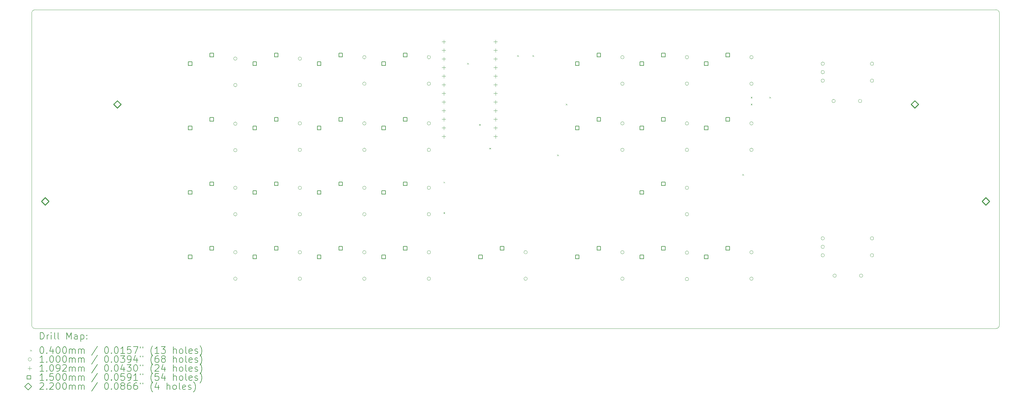
<source format=gbr>
%TF.GenerationSoftware,KiCad,Pcbnew,(6.0.7-1)-1*%
%TF.CreationDate,2022-09-15T21:20:58+02:00*%
%TF.ProjectId,yts-pcb,7974732d-7063-4622-9e6b-696361645f70,rev?*%
%TF.SameCoordinates,Original*%
%TF.FileFunction,Drillmap*%
%TF.FilePolarity,Positive*%
%FSLAX45Y45*%
G04 Gerber Fmt 4.5, Leading zero omitted, Abs format (unit mm)*
G04 Created by KiCad (PCBNEW (6.0.7-1)-1) date 2022-09-15 21:20:58*
%MOMM*%
%LPD*%
G01*
G04 APERTURE LIST*
%ADD10C,0.100000*%
%ADD11C,0.200000*%
%ADD12C,0.040000*%
%ADD13C,0.109220*%
%ADD14C,0.150000*%
%ADD15C,0.220000*%
G04 APERTURE END LIST*
D10*
X34700000Y-8930000D02*
G75*
G03*
X34600000Y-8830000I-100000J0D01*
G01*
X34600000Y-18230000D02*
G75*
G03*
X34699796Y-18130204I0J99796D01*
G01*
X6305000Y-8830003D02*
G75*
G03*
X6200000Y-8934246I-750J-104247D01*
G01*
X34700000Y-8930000D02*
X34699796Y-18130204D01*
X6300000Y-18230000D02*
X34600000Y-18230000D01*
X6200000Y-18130000D02*
G75*
G03*
X6300000Y-18230000I100000J0D01*
G01*
X6305000Y-8830000D02*
X34600000Y-8830000D01*
X6200000Y-8934246D02*
X6200000Y-18130000D01*
D11*
D12*
X18327796Y-13900000D02*
X18367796Y-13940000D01*
X18367796Y-13900000D02*
X18327796Y-13940000D01*
X18327796Y-14800000D02*
X18367796Y-14840000D01*
X18367796Y-14800000D02*
X18327796Y-14840000D01*
X19027796Y-10400000D02*
X19067796Y-10440000D01*
X19067796Y-10400000D02*
X19027796Y-10440000D01*
X19377796Y-12200000D02*
X19417796Y-12240000D01*
X19417796Y-12200000D02*
X19377796Y-12240000D01*
X19677796Y-12900000D02*
X19717796Y-12940000D01*
X19717796Y-12900000D02*
X19677796Y-12940000D01*
X20497796Y-10170000D02*
X20537796Y-10210000D01*
X20537796Y-10170000D02*
X20497796Y-10210000D01*
X20947796Y-10170000D02*
X20987796Y-10210000D01*
X20987796Y-10170000D02*
X20947796Y-10210000D01*
X21677796Y-13100000D02*
X21717796Y-13140000D01*
X21717796Y-13100000D02*
X21677796Y-13140000D01*
X21927796Y-11600000D02*
X21967796Y-11640000D01*
X21967796Y-11600000D02*
X21927796Y-11640000D01*
X27127796Y-13677550D02*
X27167796Y-13717550D01*
X27167796Y-13677550D02*
X27127796Y-13717550D01*
X27377796Y-11400000D02*
X27417796Y-11440000D01*
X27417796Y-11400000D02*
X27377796Y-11440000D01*
X27377796Y-11600000D02*
X27417796Y-11640000D01*
X27417796Y-11600000D02*
X27377796Y-11640000D01*
X27927796Y-11400000D02*
X27967796Y-11440000D01*
X27967796Y-11400000D02*
X27927796Y-11440000D01*
D10*
X12247796Y-10270000D02*
G75*
G03*
X12247796Y-10270000I-50000J0D01*
G01*
X12247796Y-11050000D02*
G75*
G03*
X12247796Y-11050000I-50000J0D01*
G01*
X12247796Y-12190000D02*
G75*
G03*
X12247796Y-12190000I-50000J0D01*
G01*
X12247796Y-12970000D02*
G75*
G03*
X12247796Y-12970000I-50000J0D01*
G01*
X12247796Y-14080000D02*
G75*
G03*
X12247796Y-14080000I-50000J0D01*
G01*
X12247796Y-14860000D02*
G75*
G03*
X12247796Y-14860000I-50000J0D01*
G01*
X12247796Y-15980000D02*
G75*
G03*
X12247796Y-15980000I-50000J0D01*
G01*
X12247796Y-16760000D02*
G75*
G03*
X12247796Y-16760000I-50000J0D01*
G01*
X14147796Y-10270000D02*
G75*
G03*
X14147796Y-10270000I-50000J0D01*
G01*
X14147796Y-11050000D02*
G75*
G03*
X14147796Y-11050000I-50000J0D01*
G01*
X14147796Y-12180000D02*
G75*
G03*
X14147796Y-12180000I-50000J0D01*
G01*
X14147796Y-12960000D02*
G75*
G03*
X14147796Y-12960000I-50000J0D01*
G01*
X14147796Y-14080000D02*
G75*
G03*
X14147796Y-14080000I-50000J0D01*
G01*
X14147796Y-14860000D02*
G75*
G03*
X14147796Y-14860000I-50000J0D01*
G01*
X14147796Y-15980000D02*
G75*
G03*
X14147796Y-15980000I-50000J0D01*
G01*
X14147796Y-16760000D02*
G75*
G03*
X14147796Y-16760000I-50000J0D01*
G01*
X16047796Y-10230000D02*
G75*
G03*
X16047796Y-10230000I-50000J0D01*
G01*
X16047796Y-11010000D02*
G75*
G03*
X16047796Y-11010000I-50000J0D01*
G01*
X16047796Y-12180000D02*
G75*
G03*
X16047796Y-12180000I-50000J0D01*
G01*
X16047796Y-12960000D02*
G75*
G03*
X16047796Y-12960000I-50000J0D01*
G01*
X16047796Y-14080000D02*
G75*
G03*
X16047796Y-14080000I-50000J0D01*
G01*
X16047796Y-14860000D02*
G75*
G03*
X16047796Y-14860000I-50000J0D01*
G01*
X16047796Y-15980000D02*
G75*
G03*
X16047796Y-15980000I-50000J0D01*
G01*
X16047796Y-16760000D02*
G75*
G03*
X16047796Y-16760000I-50000J0D01*
G01*
X17947796Y-10230000D02*
G75*
G03*
X17947796Y-10230000I-50000J0D01*
G01*
X17947796Y-11010000D02*
G75*
G03*
X17947796Y-11010000I-50000J0D01*
G01*
X17947796Y-12180000D02*
G75*
G03*
X17947796Y-12180000I-50000J0D01*
G01*
X17947796Y-12960000D02*
G75*
G03*
X17947796Y-12960000I-50000J0D01*
G01*
X17947796Y-14080000D02*
G75*
G03*
X17947796Y-14080000I-50000J0D01*
G01*
X17947796Y-14860000D02*
G75*
G03*
X17947796Y-14860000I-50000J0D01*
G01*
X17947796Y-15980000D02*
G75*
G03*
X17947796Y-15980000I-50000J0D01*
G01*
X17947796Y-16760000D02*
G75*
G03*
X17947796Y-16760000I-50000J0D01*
G01*
X20797796Y-15980000D02*
G75*
G03*
X20797796Y-15980000I-50000J0D01*
G01*
X20797796Y-16760000D02*
G75*
G03*
X20797796Y-16760000I-50000J0D01*
G01*
X23647796Y-10230000D02*
G75*
G03*
X23647796Y-10230000I-50000J0D01*
G01*
X23647796Y-11010000D02*
G75*
G03*
X23647796Y-11010000I-50000J0D01*
G01*
X23647796Y-12180000D02*
G75*
G03*
X23647796Y-12180000I-50000J0D01*
G01*
X23647796Y-12960000D02*
G75*
G03*
X23647796Y-12960000I-50000J0D01*
G01*
X23647796Y-15980000D02*
G75*
G03*
X23647796Y-15980000I-50000J0D01*
G01*
X23647796Y-16760000D02*
G75*
G03*
X23647796Y-16760000I-50000J0D01*
G01*
X25547796Y-10230000D02*
G75*
G03*
X25547796Y-10230000I-50000J0D01*
G01*
X25547796Y-11010000D02*
G75*
G03*
X25547796Y-11010000I-50000J0D01*
G01*
X25547796Y-12180000D02*
G75*
G03*
X25547796Y-12180000I-50000J0D01*
G01*
X25547796Y-12960000D02*
G75*
G03*
X25547796Y-12960000I-50000J0D01*
G01*
X25547796Y-14080000D02*
G75*
G03*
X25547796Y-14080000I-50000J0D01*
G01*
X25547796Y-14860000D02*
G75*
G03*
X25547796Y-14860000I-50000J0D01*
G01*
X25547796Y-15990000D02*
G75*
G03*
X25547796Y-15990000I-50000J0D01*
G01*
X25547796Y-16770000D02*
G75*
G03*
X25547796Y-16770000I-50000J0D01*
G01*
X27447796Y-10230000D02*
G75*
G03*
X27447796Y-10230000I-50000J0D01*
G01*
X27447796Y-11010000D02*
G75*
G03*
X27447796Y-11010000I-50000J0D01*
G01*
X27447796Y-12180000D02*
G75*
G03*
X27447796Y-12180000I-50000J0D01*
G01*
X27447796Y-12960000D02*
G75*
G03*
X27447796Y-12960000I-50000J0D01*
G01*
X27447796Y-15980000D02*
G75*
G03*
X27447796Y-15980000I-50000J0D01*
G01*
X27447796Y-16760000D02*
G75*
G03*
X27447796Y-16760000I-50000J0D01*
G01*
X29547796Y-10420000D02*
G75*
G03*
X29547796Y-10420000I-50000J0D01*
G01*
X29547796Y-10670000D02*
G75*
G03*
X29547796Y-10670000I-50000J0D01*
G01*
X29547796Y-10920000D02*
G75*
G03*
X29547796Y-10920000I-50000J0D01*
G01*
X29547796Y-15570000D02*
G75*
G03*
X29547796Y-15570000I-50000J0D01*
G01*
X29547796Y-15820000D02*
G75*
G03*
X29547796Y-15820000I-50000J0D01*
G01*
X29547796Y-16070000D02*
G75*
G03*
X29547796Y-16070000I-50000J0D01*
G01*
X29867796Y-11520000D02*
G75*
G03*
X29867796Y-11520000I-50000J0D01*
G01*
X29897796Y-16670000D02*
G75*
G03*
X29897796Y-16670000I-50000J0D01*
G01*
X30647796Y-11520000D02*
G75*
G03*
X30647796Y-11520000I-50000J0D01*
G01*
X30677796Y-16670000D02*
G75*
G03*
X30677796Y-16670000I-50000J0D01*
G01*
X30997796Y-10420000D02*
G75*
G03*
X30997796Y-10420000I-50000J0D01*
G01*
X30997796Y-10920000D02*
G75*
G03*
X30997796Y-10920000I-50000J0D01*
G01*
X30997796Y-15570000D02*
G75*
G03*
X30997796Y-15570000I-50000J0D01*
G01*
X30997796Y-16070000D02*
G75*
G03*
X30997796Y-16070000I-50000J0D01*
G01*
D13*
X18335796Y-9718390D02*
X18335796Y-9827610D01*
X18281186Y-9773000D02*
X18390406Y-9773000D01*
X18335796Y-9972390D02*
X18335796Y-10081610D01*
X18281186Y-10027000D02*
X18390406Y-10027000D01*
X18335796Y-10226390D02*
X18335796Y-10335610D01*
X18281186Y-10281000D02*
X18390406Y-10281000D01*
X18335796Y-10480390D02*
X18335796Y-10589610D01*
X18281186Y-10535000D02*
X18390406Y-10535000D01*
X18335796Y-10734390D02*
X18335796Y-10843610D01*
X18281186Y-10789000D02*
X18390406Y-10789000D01*
X18335796Y-10988390D02*
X18335796Y-11097610D01*
X18281186Y-11043000D02*
X18390406Y-11043000D01*
X18335796Y-11242390D02*
X18335796Y-11351610D01*
X18281186Y-11297000D02*
X18390406Y-11297000D01*
X18335796Y-11496390D02*
X18335796Y-11605610D01*
X18281186Y-11551000D02*
X18390406Y-11551000D01*
X18335796Y-11750390D02*
X18335796Y-11859610D01*
X18281186Y-11805000D02*
X18390406Y-11805000D01*
X18335796Y-12004390D02*
X18335796Y-12113610D01*
X18281186Y-12059000D02*
X18390406Y-12059000D01*
X18335796Y-12258390D02*
X18335796Y-12367610D01*
X18281186Y-12313000D02*
X18390406Y-12313000D01*
X18335796Y-12512390D02*
X18335796Y-12621610D01*
X18281186Y-12567000D02*
X18390406Y-12567000D01*
X19859796Y-9718390D02*
X19859796Y-9827610D01*
X19805186Y-9773000D02*
X19914406Y-9773000D01*
X19859796Y-9972390D02*
X19859796Y-10081610D01*
X19805186Y-10027000D02*
X19914406Y-10027000D01*
X19859796Y-10226390D02*
X19859796Y-10335610D01*
X19805186Y-10281000D02*
X19914406Y-10281000D01*
X19859796Y-10480390D02*
X19859796Y-10589610D01*
X19805186Y-10535000D02*
X19914406Y-10535000D01*
X19859796Y-10734390D02*
X19859796Y-10843610D01*
X19805186Y-10789000D02*
X19914406Y-10789000D01*
X19859796Y-10988390D02*
X19859796Y-11097610D01*
X19805186Y-11043000D02*
X19914406Y-11043000D01*
X19859796Y-11242390D02*
X19859796Y-11351610D01*
X19805186Y-11297000D02*
X19914406Y-11297000D01*
X19859796Y-11496390D02*
X19859796Y-11605610D01*
X19805186Y-11551000D02*
X19914406Y-11551000D01*
X19859796Y-11750390D02*
X19859796Y-11859610D01*
X19805186Y-11805000D02*
X19914406Y-11805000D01*
X19859796Y-12004390D02*
X19859796Y-12113610D01*
X19805186Y-12059000D02*
X19914406Y-12059000D01*
X19859796Y-12258390D02*
X19859796Y-12367610D01*
X19805186Y-12313000D02*
X19914406Y-12313000D01*
X19859796Y-12512390D02*
X19859796Y-12621610D01*
X19805186Y-12567000D02*
X19914406Y-12567000D01*
D14*
X10919829Y-10469034D02*
X10919829Y-10362967D01*
X10813762Y-10362967D01*
X10813762Y-10469034D01*
X10919829Y-10469034D01*
X10919829Y-12369033D02*
X10919829Y-12262966D01*
X10813762Y-12262966D01*
X10813762Y-12369033D01*
X10919829Y-12369033D01*
X10919829Y-14269033D02*
X10919829Y-14162966D01*
X10813762Y-14162966D01*
X10813762Y-14269033D01*
X10919829Y-14269033D01*
X10919829Y-16169033D02*
X10919829Y-16062966D01*
X10813762Y-16062966D01*
X10813762Y-16169033D01*
X10919829Y-16169033D01*
X11554829Y-10215034D02*
X11554829Y-10108967D01*
X11448762Y-10108967D01*
X11448762Y-10215034D01*
X11554829Y-10215034D01*
X11554829Y-12115033D02*
X11554829Y-12008966D01*
X11448762Y-12008966D01*
X11448762Y-12115033D01*
X11554829Y-12115033D01*
X11554829Y-14015033D02*
X11554829Y-13908966D01*
X11448762Y-13908966D01*
X11448762Y-14015033D01*
X11554829Y-14015033D01*
X11554829Y-15915033D02*
X11554829Y-15808966D01*
X11448762Y-15808966D01*
X11448762Y-15915033D01*
X11554829Y-15915033D01*
X12819829Y-10469034D02*
X12819829Y-10362967D01*
X12713762Y-10362967D01*
X12713762Y-10469034D01*
X12819829Y-10469034D01*
X12819829Y-12369033D02*
X12819829Y-12262966D01*
X12713762Y-12262966D01*
X12713762Y-12369033D01*
X12819829Y-12369033D01*
X12819829Y-14269033D02*
X12819829Y-14162966D01*
X12713762Y-14162966D01*
X12713762Y-14269033D01*
X12819829Y-14269033D01*
X12819829Y-16169033D02*
X12819829Y-16062966D01*
X12713762Y-16062966D01*
X12713762Y-16169033D01*
X12819829Y-16169033D01*
X13454829Y-10215034D02*
X13454829Y-10108967D01*
X13348762Y-10108967D01*
X13348762Y-10215034D01*
X13454829Y-10215034D01*
X13454829Y-12115033D02*
X13454829Y-12008966D01*
X13348762Y-12008966D01*
X13348762Y-12115033D01*
X13454829Y-12115033D01*
X13454829Y-14015033D02*
X13454829Y-13908966D01*
X13348762Y-13908966D01*
X13348762Y-14015033D01*
X13454829Y-14015033D01*
X13454829Y-15915033D02*
X13454829Y-15808966D01*
X13348762Y-15808966D01*
X13348762Y-15915033D01*
X13454829Y-15915033D01*
X14719829Y-10469034D02*
X14719829Y-10362967D01*
X14613762Y-10362967D01*
X14613762Y-10469034D01*
X14719829Y-10469034D01*
X14719829Y-12369033D02*
X14719829Y-12262966D01*
X14613762Y-12262966D01*
X14613762Y-12369033D01*
X14719829Y-12369033D01*
X14719829Y-14269033D02*
X14719829Y-14162966D01*
X14613762Y-14162966D01*
X14613762Y-14269033D01*
X14719829Y-14269033D01*
X14719829Y-16169033D02*
X14719829Y-16062966D01*
X14613762Y-16062966D01*
X14613762Y-16169033D01*
X14719829Y-16169033D01*
X15354829Y-10215034D02*
X15354829Y-10108967D01*
X15248762Y-10108967D01*
X15248762Y-10215034D01*
X15354829Y-10215034D01*
X15354829Y-12115033D02*
X15354829Y-12008966D01*
X15248762Y-12008966D01*
X15248762Y-12115033D01*
X15354829Y-12115033D01*
X15354829Y-14015033D02*
X15354829Y-13908966D01*
X15248762Y-13908966D01*
X15248762Y-14015033D01*
X15354829Y-14015033D01*
X15354829Y-15915033D02*
X15354829Y-15808966D01*
X15248762Y-15808966D01*
X15248762Y-15915033D01*
X15354829Y-15915033D01*
X16619829Y-10469034D02*
X16619829Y-10362967D01*
X16513762Y-10362967D01*
X16513762Y-10469034D01*
X16619829Y-10469034D01*
X16619829Y-12369033D02*
X16619829Y-12262966D01*
X16513762Y-12262966D01*
X16513762Y-12369033D01*
X16619829Y-12369033D01*
X16619829Y-14269033D02*
X16619829Y-14162966D01*
X16513762Y-14162966D01*
X16513762Y-14269033D01*
X16619829Y-14269033D01*
X16619829Y-16169033D02*
X16619829Y-16062966D01*
X16513762Y-16062966D01*
X16513762Y-16169033D01*
X16619829Y-16169033D01*
X17254829Y-10215034D02*
X17254829Y-10108967D01*
X17148762Y-10108967D01*
X17148762Y-10215034D01*
X17254829Y-10215034D01*
X17254829Y-12115033D02*
X17254829Y-12008966D01*
X17148762Y-12008966D01*
X17148762Y-12115033D01*
X17254829Y-12115033D01*
X17254829Y-14015033D02*
X17254829Y-13908966D01*
X17148762Y-13908966D01*
X17148762Y-14015033D01*
X17254829Y-14015033D01*
X17254829Y-15915033D02*
X17254829Y-15808966D01*
X17148762Y-15808966D01*
X17148762Y-15915033D01*
X17254829Y-15915033D01*
X19469829Y-16169033D02*
X19469829Y-16062966D01*
X19363762Y-16062966D01*
X19363762Y-16169033D01*
X19469829Y-16169033D01*
X20104829Y-15915033D02*
X20104829Y-15808966D01*
X19998762Y-15808966D01*
X19998762Y-15915033D01*
X20104829Y-15915033D01*
X22319829Y-10469034D02*
X22319829Y-10362967D01*
X22213762Y-10362967D01*
X22213762Y-10469034D01*
X22319829Y-10469034D01*
X22319829Y-12369033D02*
X22319829Y-12262966D01*
X22213762Y-12262966D01*
X22213762Y-12369033D01*
X22319829Y-12369033D01*
X22319829Y-16169033D02*
X22319829Y-16062966D01*
X22213762Y-16062966D01*
X22213762Y-16169033D01*
X22319829Y-16169033D01*
X22954829Y-10215034D02*
X22954829Y-10108967D01*
X22848762Y-10108967D01*
X22848762Y-10215034D01*
X22954829Y-10215034D01*
X22954829Y-12115033D02*
X22954829Y-12008966D01*
X22848762Y-12008966D01*
X22848762Y-12115033D01*
X22954829Y-12115033D01*
X22954829Y-15915033D02*
X22954829Y-15808966D01*
X22848762Y-15808966D01*
X22848762Y-15915033D01*
X22954829Y-15915033D01*
X24219829Y-10469034D02*
X24219829Y-10362967D01*
X24113762Y-10362967D01*
X24113762Y-10469034D01*
X24219829Y-10469034D01*
X24219829Y-12369033D02*
X24219829Y-12262966D01*
X24113762Y-12262966D01*
X24113762Y-12369033D01*
X24219829Y-12369033D01*
X24219829Y-14269033D02*
X24219829Y-14162966D01*
X24113762Y-14162966D01*
X24113762Y-14269033D01*
X24219829Y-14269033D01*
X24219829Y-16169033D02*
X24219829Y-16062966D01*
X24113762Y-16062966D01*
X24113762Y-16169033D01*
X24219829Y-16169033D01*
X24854829Y-10215034D02*
X24854829Y-10108967D01*
X24748762Y-10108967D01*
X24748762Y-10215034D01*
X24854829Y-10215034D01*
X24854829Y-12115033D02*
X24854829Y-12008966D01*
X24748762Y-12008966D01*
X24748762Y-12115033D01*
X24854829Y-12115033D01*
X24854829Y-14015033D02*
X24854829Y-13908966D01*
X24748762Y-13908966D01*
X24748762Y-14015033D01*
X24854829Y-14015033D01*
X24854829Y-15915033D02*
X24854829Y-15808966D01*
X24748762Y-15808966D01*
X24748762Y-15915033D01*
X24854829Y-15915033D01*
X26119829Y-10469034D02*
X26119829Y-10362967D01*
X26013762Y-10362967D01*
X26013762Y-10469034D01*
X26119829Y-10469034D01*
X26119829Y-12369033D02*
X26119829Y-12262966D01*
X26013762Y-12262966D01*
X26013762Y-12369033D01*
X26119829Y-12369033D01*
X26119829Y-16169033D02*
X26119829Y-16062966D01*
X26013762Y-16062966D01*
X26013762Y-16169033D01*
X26119829Y-16169033D01*
X26754829Y-10215034D02*
X26754829Y-10108967D01*
X26648762Y-10108967D01*
X26648762Y-10215034D01*
X26754829Y-10215034D01*
X26754829Y-12115033D02*
X26754829Y-12008966D01*
X26648762Y-12008966D01*
X26648762Y-12115033D01*
X26754829Y-12115033D01*
X26754829Y-15915033D02*
X26754829Y-15808966D01*
X26648762Y-15808966D01*
X26648762Y-15915033D01*
X26754829Y-15915033D01*
D15*
X6599796Y-14590204D02*
X6709796Y-14480204D01*
X6599796Y-14370204D01*
X6489796Y-14480204D01*
X6599796Y-14590204D01*
X8719796Y-11730204D02*
X8829796Y-11620204D01*
X8719796Y-11510204D01*
X8609796Y-11620204D01*
X8719796Y-11730204D01*
X32204796Y-11730204D02*
X32314796Y-11620204D01*
X32204796Y-11510204D01*
X32094796Y-11620204D01*
X32204796Y-11730204D01*
X34299796Y-14590204D02*
X34409796Y-14480204D01*
X34299796Y-14370204D01*
X34189796Y-14480204D01*
X34299796Y-14590204D01*
D11*
X6452619Y-18545476D02*
X6452619Y-18345476D01*
X6500238Y-18345476D01*
X6528809Y-18355000D01*
X6547857Y-18374048D01*
X6557381Y-18393095D01*
X6566905Y-18431190D01*
X6566905Y-18459762D01*
X6557381Y-18497857D01*
X6547857Y-18516905D01*
X6528809Y-18535952D01*
X6500238Y-18545476D01*
X6452619Y-18545476D01*
X6652619Y-18545476D02*
X6652619Y-18412143D01*
X6652619Y-18450238D02*
X6662143Y-18431190D01*
X6671667Y-18421667D01*
X6690714Y-18412143D01*
X6709762Y-18412143D01*
X6776428Y-18545476D02*
X6776428Y-18412143D01*
X6776428Y-18345476D02*
X6766905Y-18355000D01*
X6776428Y-18364524D01*
X6785952Y-18355000D01*
X6776428Y-18345476D01*
X6776428Y-18364524D01*
X6900238Y-18545476D02*
X6881190Y-18535952D01*
X6871667Y-18516905D01*
X6871667Y-18345476D01*
X7005000Y-18545476D02*
X6985952Y-18535952D01*
X6976428Y-18516905D01*
X6976428Y-18345476D01*
X7233571Y-18545476D02*
X7233571Y-18345476D01*
X7300238Y-18488333D01*
X7366905Y-18345476D01*
X7366905Y-18545476D01*
X7547857Y-18545476D02*
X7547857Y-18440714D01*
X7538333Y-18421667D01*
X7519286Y-18412143D01*
X7481190Y-18412143D01*
X7462143Y-18421667D01*
X7547857Y-18535952D02*
X7528809Y-18545476D01*
X7481190Y-18545476D01*
X7462143Y-18535952D01*
X7452619Y-18516905D01*
X7452619Y-18497857D01*
X7462143Y-18478810D01*
X7481190Y-18469286D01*
X7528809Y-18469286D01*
X7547857Y-18459762D01*
X7643095Y-18412143D02*
X7643095Y-18612143D01*
X7643095Y-18421667D02*
X7662143Y-18412143D01*
X7700238Y-18412143D01*
X7719286Y-18421667D01*
X7728809Y-18431190D01*
X7738333Y-18450238D01*
X7738333Y-18507381D01*
X7728809Y-18526429D01*
X7719286Y-18535952D01*
X7700238Y-18545476D01*
X7662143Y-18545476D01*
X7643095Y-18535952D01*
X7824048Y-18526429D02*
X7833571Y-18535952D01*
X7824048Y-18545476D01*
X7814524Y-18535952D01*
X7824048Y-18526429D01*
X7824048Y-18545476D01*
X7824048Y-18421667D02*
X7833571Y-18431190D01*
X7824048Y-18440714D01*
X7814524Y-18431190D01*
X7824048Y-18421667D01*
X7824048Y-18440714D01*
D12*
X6155000Y-18855000D02*
X6195000Y-18895000D01*
X6195000Y-18855000D02*
X6155000Y-18895000D01*
D11*
X6490714Y-18765476D02*
X6509762Y-18765476D01*
X6528809Y-18775000D01*
X6538333Y-18784524D01*
X6547857Y-18803571D01*
X6557381Y-18841667D01*
X6557381Y-18889286D01*
X6547857Y-18927381D01*
X6538333Y-18946429D01*
X6528809Y-18955952D01*
X6509762Y-18965476D01*
X6490714Y-18965476D01*
X6471667Y-18955952D01*
X6462143Y-18946429D01*
X6452619Y-18927381D01*
X6443095Y-18889286D01*
X6443095Y-18841667D01*
X6452619Y-18803571D01*
X6462143Y-18784524D01*
X6471667Y-18775000D01*
X6490714Y-18765476D01*
X6643095Y-18946429D02*
X6652619Y-18955952D01*
X6643095Y-18965476D01*
X6633571Y-18955952D01*
X6643095Y-18946429D01*
X6643095Y-18965476D01*
X6824048Y-18832143D02*
X6824048Y-18965476D01*
X6776428Y-18755952D02*
X6728809Y-18898810D01*
X6852619Y-18898810D01*
X6966905Y-18765476D02*
X6985952Y-18765476D01*
X7005000Y-18775000D01*
X7014524Y-18784524D01*
X7024048Y-18803571D01*
X7033571Y-18841667D01*
X7033571Y-18889286D01*
X7024048Y-18927381D01*
X7014524Y-18946429D01*
X7005000Y-18955952D01*
X6985952Y-18965476D01*
X6966905Y-18965476D01*
X6947857Y-18955952D01*
X6938333Y-18946429D01*
X6928809Y-18927381D01*
X6919286Y-18889286D01*
X6919286Y-18841667D01*
X6928809Y-18803571D01*
X6938333Y-18784524D01*
X6947857Y-18775000D01*
X6966905Y-18765476D01*
X7157381Y-18765476D02*
X7176428Y-18765476D01*
X7195476Y-18775000D01*
X7205000Y-18784524D01*
X7214524Y-18803571D01*
X7224048Y-18841667D01*
X7224048Y-18889286D01*
X7214524Y-18927381D01*
X7205000Y-18946429D01*
X7195476Y-18955952D01*
X7176428Y-18965476D01*
X7157381Y-18965476D01*
X7138333Y-18955952D01*
X7128809Y-18946429D01*
X7119286Y-18927381D01*
X7109762Y-18889286D01*
X7109762Y-18841667D01*
X7119286Y-18803571D01*
X7128809Y-18784524D01*
X7138333Y-18775000D01*
X7157381Y-18765476D01*
X7309762Y-18965476D02*
X7309762Y-18832143D01*
X7309762Y-18851190D02*
X7319286Y-18841667D01*
X7338333Y-18832143D01*
X7366905Y-18832143D01*
X7385952Y-18841667D01*
X7395476Y-18860714D01*
X7395476Y-18965476D01*
X7395476Y-18860714D02*
X7405000Y-18841667D01*
X7424048Y-18832143D01*
X7452619Y-18832143D01*
X7471667Y-18841667D01*
X7481190Y-18860714D01*
X7481190Y-18965476D01*
X7576428Y-18965476D02*
X7576428Y-18832143D01*
X7576428Y-18851190D02*
X7585952Y-18841667D01*
X7605000Y-18832143D01*
X7633571Y-18832143D01*
X7652619Y-18841667D01*
X7662143Y-18860714D01*
X7662143Y-18965476D01*
X7662143Y-18860714D02*
X7671667Y-18841667D01*
X7690714Y-18832143D01*
X7719286Y-18832143D01*
X7738333Y-18841667D01*
X7747857Y-18860714D01*
X7747857Y-18965476D01*
X8138333Y-18755952D02*
X7966905Y-19013095D01*
X8395476Y-18765476D02*
X8414524Y-18765476D01*
X8433571Y-18775000D01*
X8443095Y-18784524D01*
X8452619Y-18803571D01*
X8462143Y-18841667D01*
X8462143Y-18889286D01*
X8452619Y-18927381D01*
X8443095Y-18946429D01*
X8433571Y-18955952D01*
X8414524Y-18965476D01*
X8395476Y-18965476D01*
X8376428Y-18955952D01*
X8366905Y-18946429D01*
X8357381Y-18927381D01*
X8347857Y-18889286D01*
X8347857Y-18841667D01*
X8357381Y-18803571D01*
X8366905Y-18784524D01*
X8376428Y-18775000D01*
X8395476Y-18765476D01*
X8547857Y-18946429D02*
X8557381Y-18955952D01*
X8547857Y-18965476D01*
X8538333Y-18955952D01*
X8547857Y-18946429D01*
X8547857Y-18965476D01*
X8681190Y-18765476D02*
X8700238Y-18765476D01*
X8719286Y-18775000D01*
X8728810Y-18784524D01*
X8738333Y-18803571D01*
X8747857Y-18841667D01*
X8747857Y-18889286D01*
X8738333Y-18927381D01*
X8728810Y-18946429D01*
X8719286Y-18955952D01*
X8700238Y-18965476D01*
X8681190Y-18965476D01*
X8662143Y-18955952D01*
X8652619Y-18946429D01*
X8643095Y-18927381D01*
X8633571Y-18889286D01*
X8633571Y-18841667D01*
X8643095Y-18803571D01*
X8652619Y-18784524D01*
X8662143Y-18775000D01*
X8681190Y-18765476D01*
X8938333Y-18965476D02*
X8824048Y-18965476D01*
X8881190Y-18965476D02*
X8881190Y-18765476D01*
X8862143Y-18794048D01*
X8843095Y-18813095D01*
X8824048Y-18822619D01*
X9119286Y-18765476D02*
X9024048Y-18765476D01*
X9014524Y-18860714D01*
X9024048Y-18851190D01*
X9043095Y-18841667D01*
X9090714Y-18841667D01*
X9109762Y-18851190D01*
X9119286Y-18860714D01*
X9128810Y-18879762D01*
X9128810Y-18927381D01*
X9119286Y-18946429D01*
X9109762Y-18955952D01*
X9090714Y-18965476D01*
X9043095Y-18965476D01*
X9024048Y-18955952D01*
X9014524Y-18946429D01*
X9195476Y-18765476D02*
X9328810Y-18765476D01*
X9243095Y-18965476D01*
X9395476Y-18765476D02*
X9395476Y-18803571D01*
X9471667Y-18765476D02*
X9471667Y-18803571D01*
X9766905Y-19041667D02*
X9757381Y-19032143D01*
X9738333Y-19003571D01*
X9728810Y-18984524D01*
X9719286Y-18955952D01*
X9709762Y-18908333D01*
X9709762Y-18870238D01*
X9719286Y-18822619D01*
X9728810Y-18794048D01*
X9738333Y-18775000D01*
X9757381Y-18746429D01*
X9766905Y-18736905D01*
X9947857Y-18965476D02*
X9833571Y-18965476D01*
X9890714Y-18965476D02*
X9890714Y-18765476D01*
X9871667Y-18794048D01*
X9852619Y-18813095D01*
X9833571Y-18822619D01*
X10014524Y-18765476D02*
X10138333Y-18765476D01*
X10071667Y-18841667D01*
X10100238Y-18841667D01*
X10119286Y-18851190D01*
X10128810Y-18860714D01*
X10138333Y-18879762D01*
X10138333Y-18927381D01*
X10128810Y-18946429D01*
X10119286Y-18955952D01*
X10100238Y-18965476D01*
X10043095Y-18965476D01*
X10024048Y-18955952D01*
X10014524Y-18946429D01*
X10376429Y-18965476D02*
X10376429Y-18765476D01*
X10462143Y-18965476D02*
X10462143Y-18860714D01*
X10452619Y-18841667D01*
X10433571Y-18832143D01*
X10405000Y-18832143D01*
X10385952Y-18841667D01*
X10376429Y-18851190D01*
X10585952Y-18965476D02*
X10566905Y-18955952D01*
X10557381Y-18946429D01*
X10547857Y-18927381D01*
X10547857Y-18870238D01*
X10557381Y-18851190D01*
X10566905Y-18841667D01*
X10585952Y-18832143D01*
X10614524Y-18832143D01*
X10633571Y-18841667D01*
X10643095Y-18851190D01*
X10652619Y-18870238D01*
X10652619Y-18927381D01*
X10643095Y-18946429D01*
X10633571Y-18955952D01*
X10614524Y-18965476D01*
X10585952Y-18965476D01*
X10766905Y-18965476D02*
X10747857Y-18955952D01*
X10738333Y-18936905D01*
X10738333Y-18765476D01*
X10919286Y-18955952D02*
X10900238Y-18965476D01*
X10862143Y-18965476D01*
X10843095Y-18955952D01*
X10833571Y-18936905D01*
X10833571Y-18860714D01*
X10843095Y-18841667D01*
X10862143Y-18832143D01*
X10900238Y-18832143D01*
X10919286Y-18841667D01*
X10928810Y-18860714D01*
X10928810Y-18879762D01*
X10833571Y-18898810D01*
X11005000Y-18955952D02*
X11024048Y-18965476D01*
X11062143Y-18965476D01*
X11081190Y-18955952D01*
X11090714Y-18936905D01*
X11090714Y-18927381D01*
X11081190Y-18908333D01*
X11062143Y-18898810D01*
X11033571Y-18898810D01*
X11014524Y-18889286D01*
X11005000Y-18870238D01*
X11005000Y-18860714D01*
X11014524Y-18841667D01*
X11033571Y-18832143D01*
X11062143Y-18832143D01*
X11081190Y-18841667D01*
X11157381Y-19041667D02*
X11166905Y-19032143D01*
X11185952Y-19003571D01*
X11195476Y-18984524D01*
X11205000Y-18955952D01*
X11214524Y-18908333D01*
X11214524Y-18870238D01*
X11205000Y-18822619D01*
X11195476Y-18794048D01*
X11185952Y-18775000D01*
X11166905Y-18746429D01*
X11157381Y-18736905D01*
D10*
X6195000Y-19139000D02*
G75*
G03*
X6195000Y-19139000I-50000J0D01*
G01*
D11*
X6557381Y-19229476D02*
X6443095Y-19229476D01*
X6500238Y-19229476D02*
X6500238Y-19029476D01*
X6481190Y-19058048D01*
X6462143Y-19077095D01*
X6443095Y-19086619D01*
X6643095Y-19210429D02*
X6652619Y-19219952D01*
X6643095Y-19229476D01*
X6633571Y-19219952D01*
X6643095Y-19210429D01*
X6643095Y-19229476D01*
X6776428Y-19029476D02*
X6795476Y-19029476D01*
X6814524Y-19039000D01*
X6824048Y-19048524D01*
X6833571Y-19067571D01*
X6843095Y-19105667D01*
X6843095Y-19153286D01*
X6833571Y-19191381D01*
X6824048Y-19210429D01*
X6814524Y-19219952D01*
X6795476Y-19229476D01*
X6776428Y-19229476D01*
X6757381Y-19219952D01*
X6747857Y-19210429D01*
X6738333Y-19191381D01*
X6728809Y-19153286D01*
X6728809Y-19105667D01*
X6738333Y-19067571D01*
X6747857Y-19048524D01*
X6757381Y-19039000D01*
X6776428Y-19029476D01*
X6966905Y-19029476D02*
X6985952Y-19029476D01*
X7005000Y-19039000D01*
X7014524Y-19048524D01*
X7024048Y-19067571D01*
X7033571Y-19105667D01*
X7033571Y-19153286D01*
X7024048Y-19191381D01*
X7014524Y-19210429D01*
X7005000Y-19219952D01*
X6985952Y-19229476D01*
X6966905Y-19229476D01*
X6947857Y-19219952D01*
X6938333Y-19210429D01*
X6928809Y-19191381D01*
X6919286Y-19153286D01*
X6919286Y-19105667D01*
X6928809Y-19067571D01*
X6938333Y-19048524D01*
X6947857Y-19039000D01*
X6966905Y-19029476D01*
X7157381Y-19029476D02*
X7176428Y-19029476D01*
X7195476Y-19039000D01*
X7205000Y-19048524D01*
X7214524Y-19067571D01*
X7224048Y-19105667D01*
X7224048Y-19153286D01*
X7214524Y-19191381D01*
X7205000Y-19210429D01*
X7195476Y-19219952D01*
X7176428Y-19229476D01*
X7157381Y-19229476D01*
X7138333Y-19219952D01*
X7128809Y-19210429D01*
X7119286Y-19191381D01*
X7109762Y-19153286D01*
X7109762Y-19105667D01*
X7119286Y-19067571D01*
X7128809Y-19048524D01*
X7138333Y-19039000D01*
X7157381Y-19029476D01*
X7309762Y-19229476D02*
X7309762Y-19096143D01*
X7309762Y-19115190D02*
X7319286Y-19105667D01*
X7338333Y-19096143D01*
X7366905Y-19096143D01*
X7385952Y-19105667D01*
X7395476Y-19124714D01*
X7395476Y-19229476D01*
X7395476Y-19124714D02*
X7405000Y-19105667D01*
X7424048Y-19096143D01*
X7452619Y-19096143D01*
X7471667Y-19105667D01*
X7481190Y-19124714D01*
X7481190Y-19229476D01*
X7576428Y-19229476D02*
X7576428Y-19096143D01*
X7576428Y-19115190D02*
X7585952Y-19105667D01*
X7605000Y-19096143D01*
X7633571Y-19096143D01*
X7652619Y-19105667D01*
X7662143Y-19124714D01*
X7662143Y-19229476D01*
X7662143Y-19124714D02*
X7671667Y-19105667D01*
X7690714Y-19096143D01*
X7719286Y-19096143D01*
X7738333Y-19105667D01*
X7747857Y-19124714D01*
X7747857Y-19229476D01*
X8138333Y-19019952D02*
X7966905Y-19277095D01*
X8395476Y-19029476D02*
X8414524Y-19029476D01*
X8433571Y-19039000D01*
X8443095Y-19048524D01*
X8452619Y-19067571D01*
X8462143Y-19105667D01*
X8462143Y-19153286D01*
X8452619Y-19191381D01*
X8443095Y-19210429D01*
X8433571Y-19219952D01*
X8414524Y-19229476D01*
X8395476Y-19229476D01*
X8376428Y-19219952D01*
X8366905Y-19210429D01*
X8357381Y-19191381D01*
X8347857Y-19153286D01*
X8347857Y-19105667D01*
X8357381Y-19067571D01*
X8366905Y-19048524D01*
X8376428Y-19039000D01*
X8395476Y-19029476D01*
X8547857Y-19210429D02*
X8557381Y-19219952D01*
X8547857Y-19229476D01*
X8538333Y-19219952D01*
X8547857Y-19210429D01*
X8547857Y-19229476D01*
X8681190Y-19029476D02*
X8700238Y-19029476D01*
X8719286Y-19039000D01*
X8728810Y-19048524D01*
X8738333Y-19067571D01*
X8747857Y-19105667D01*
X8747857Y-19153286D01*
X8738333Y-19191381D01*
X8728810Y-19210429D01*
X8719286Y-19219952D01*
X8700238Y-19229476D01*
X8681190Y-19229476D01*
X8662143Y-19219952D01*
X8652619Y-19210429D01*
X8643095Y-19191381D01*
X8633571Y-19153286D01*
X8633571Y-19105667D01*
X8643095Y-19067571D01*
X8652619Y-19048524D01*
X8662143Y-19039000D01*
X8681190Y-19029476D01*
X8814524Y-19029476D02*
X8938333Y-19029476D01*
X8871667Y-19105667D01*
X8900238Y-19105667D01*
X8919286Y-19115190D01*
X8928810Y-19124714D01*
X8938333Y-19143762D01*
X8938333Y-19191381D01*
X8928810Y-19210429D01*
X8919286Y-19219952D01*
X8900238Y-19229476D01*
X8843095Y-19229476D01*
X8824048Y-19219952D01*
X8814524Y-19210429D01*
X9033571Y-19229476D02*
X9071667Y-19229476D01*
X9090714Y-19219952D01*
X9100238Y-19210429D01*
X9119286Y-19181857D01*
X9128810Y-19143762D01*
X9128810Y-19067571D01*
X9119286Y-19048524D01*
X9109762Y-19039000D01*
X9090714Y-19029476D01*
X9052619Y-19029476D01*
X9033571Y-19039000D01*
X9024048Y-19048524D01*
X9014524Y-19067571D01*
X9014524Y-19115190D01*
X9024048Y-19134238D01*
X9033571Y-19143762D01*
X9052619Y-19153286D01*
X9090714Y-19153286D01*
X9109762Y-19143762D01*
X9119286Y-19134238D01*
X9128810Y-19115190D01*
X9300238Y-19096143D02*
X9300238Y-19229476D01*
X9252619Y-19019952D02*
X9205000Y-19162810D01*
X9328810Y-19162810D01*
X9395476Y-19029476D02*
X9395476Y-19067571D01*
X9471667Y-19029476D02*
X9471667Y-19067571D01*
X9766905Y-19305667D02*
X9757381Y-19296143D01*
X9738333Y-19267571D01*
X9728810Y-19248524D01*
X9719286Y-19219952D01*
X9709762Y-19172333D01*
X9709762Y-19134238D01*
X9719286Y-19086619D01*
X9728810Y-19058048D01*
X9738333Y-19039000D01*
X9757381Y-19010429D01*
X9766905Y-19000905D01*
X9928810Y-19029476D02*
X9890714Y-19029476D01*
X9871667Y-19039000D01*
X9862143Y-19048524D01*
X9843095Y-19077095D01*
X9833571Y-19115190D01*
X9833571Y-19191381D01*
X9843095Y-19210429D01*
X9852619Y-19219952D01*
X9871667Y-19229476D01*
X9909762Y-19229476D01*
X9928810Y-19219952D01*
X9938333Y-19210429D01*
X9947857Y-19191381D01*
X9947857Y-19143762D01*
X9938333Y-19124714D01*
X9928810Y-19115190D01*
X9909762Y-19105667D01*
X9871667Y-19105667D01*
X9852619Y-19115190D01*
X9843095Y-19124714D01*
X9833571Y-19143762D01*
X10062143Y-19115190D02*
X10043095Y-19105667D01*
X10033571Y-19096143D01*
X10024048Y-19077095D01*
X10024048Y-19067571D01*
X10033571Y-19048524D01*
X10043095Y-19039000D01*
X10062143Y-19029476D01*
X10100238Y-19029476D01*
X10119286Y-19039000D01*
X10128810Y-19048524D01*
X10138333Y-19067571D01*
X10138333Y-19077095D01*
X10128810Y-19096143D01*
X10119286Y-19105667D01*
X10100238Y-19115190D01*
X10062143Y-19115190D01*
X10043095Y-19124714D01*
X10033571Y-19134238D01*
X10024048Y-19153286D01*
X10024048Y-19191381D01*
X10033571Y-19210429D01*
X10043095Y-19219952D01*
X10062143Y-19229476D01*
X10100238Y-19229476D01*
X10119286Y-19219952D01*
X10128810Y-19210429D01*
X10138333Y-19191381D01*
X10138333Y-19153286D01*
X10128810Y-19134238D01*
X10119286Y-19124714D01*
X10100238Y-19115190D01*
X10376429Y-19229476D02*
X10376429Y-19029476D01*
X10462143Y-19229476D02*
X10462143Y-19124714D01*
X10452619Y-19105667D01*
X10433571Y-19096143D01*
X10405000Y-19096143D01*
X10385952Y-19105667D01*
X10376429Y-19115190D01*
X10585952Y-19229476D02*
X10566905Y-19219952D01*
X10557381Y-19210429D01*
X10547857Y-19191381D01*
X10547857Y-19134238D01*
X10557381Y-19115190D01*
X10566905Y-19105667D01*
X10585952Y-19096143D01*
X10614524Y-19096143D01*
X10633571Y-19105667D01*
X10643095Y-19115190D01*
X10652619Y-19134238D01*
X10652619Y-19191381D01*
X10643095Y-19210429D01*
X10633571Y-19219952D01*
X10614524Y-19229476D01*
X10585952Y-19229476D01*
X10766905Y-19229476D02*
X10747857Y-19219952D01*
X10738333Y-19200905D01*
X10738333Y-19029476D01*
X10919286Y-19219952D02*
X10900238Y-19229476D01*
X10862143Y-19229476D01*
X10843095Y-19219952D01*
X10833571Y-19200905D01*
X10833571Y-19124714D01*
X10843095Y-19105667D01*
X10862143Y-19096143D01*
X10900238Y-19096143D01*
X10919286Y-19105667D01*
X10928810Y-19124714D01*
X10928810Y-19143762D01*
X10833571Y-19162810D01*
X11005000Y-19219952D02*
X11024048Y-19229476D01*
X11062143Y-19229476D01*
X11081190Y-19219952D01*
X11090714Y-19200905D01*
X11090714Y-19191381D01*
X11081190Y-19172333D01*
X11062143Y-19162810D01*
X11033571Y-19162810D01*
X11014524Y-19153286D01*
X11005000Y-19134238D01*
X11005000Y-19124714D01*
X11014524Y-19105667D01*
X11033571Y-19096143D01*
X11062143Y-19096143D01*
X11081190Y-19105667D01*
X11157381Y-19305667D02*
X11166905Y-19296143D01*
X11185952Y-19267571D01*
X11195476Y-19248524D01*
X11205000Y-19219952D01*
X11214524Y-19172333D01*
X11214524Y-19134238D01*
X11205000Y-19086619D01*
X11195476Y-19058048D01*
X11185952Y-19039000D01*
X11166905Y-19010429D01*
X11157381Y-19000905D01*
D13*
X6140390Y-19348390D02*
X6140390Y-19457610D01*
X6085780Y-19403000D02*
X6195000Y-19403000D01*
D11*
X6557381Y-19493476D02*
X6443095Y-19493476D01*
X6500238Y-19493476D02*
X6500238Y-19293476D01*
X6481190Y-19322048D01*
X6462143Y-19341095D01*
X6443095Y-19350619D01*
X6643095Y-19474429D02*
X6652619Y-19483952D01*
X6643095Y-19493476D01*
X6633571Y-19483952D01*
X6643095Y-19474429D01*
X6643095Y-19493476D01*
X6776428Y-19293476D02*
X6795476Y-19293476D01*
X6814524Y-19303000D01*
X6824048Y-19312524D01*
X6833571Y-19331571D01*
X6843095Y-19369667D01*
X6843095Y-19417286D01*
X6833571Y-19455381D01*
X6824048Y-19474429D01*
X6814524Y-19483952D01*
X6795476Y-19493476D01*
X6776428Y-19493476D01*
X6757381Y-19483952D01*
X6747857Y-19474429D01*
X6738333Y-19455381D01*
X6728809Y-19417286D01*
X6728809Y-19369667D01*
X6738333Y-19331571D01*
X6747857Y-19312524D01*
X6757381Y-19303000D01*
X6776428Y-19293476D01*
X6938333Y-19493476D02*
X6976428Y-19493476D01*
X6995476Y-19483952D01*
X7005000Y-19474429D01*
X7024048Y-19445857D01*
X7033571Y-19407762D01*
X7033571Y-19331571D01*
X7024048Y-19312524D01*
X7014524Y-19303000D01*
X6995476Y-19293476D01*
X6957381Y-19293476D01*
X6938333Y-19303000D01*
X6928809Y-19312524D01*
X6919286Y-19331571D01*
X6919286Y-19379190D01*
X6928809Y-19398238D01*
X6938333Y-19407762D01*
X6957381Y-19417286D01*
X6995476Y-19417286D01*
X7014524Y-19407762D01*
X7024048Y-19398238D01*
X7033571Y-19379190D01*
X7109762Y-19312524D02*
X7119286Y-19303000D01*
X7138333Y-19293476D01*
X7185952Y-19293476D01*
X7205000Y-19303000D01*
X7214524Y-19312524D01*
X7224048Y-19331571D01*
X7224048Y-19350619D01*
X7214524Y-19379190D01*
X7100238Y-19493476D01*
X7224048Y-19493476D01*
X7309762Y-19493476D02*
X7309762Y-19360143D01*
X7309762Y-19379190D02*
X7319286Y-19369667D01*
X7338333Y-19360143D01*
X7366905Y-19360143D01*
X7385952Y-19369667D01*
X7395476Y-19388714D01*
X7395476Y-19493476D01*
X7395476Y-19388714D02*
X7405000Y-19369667D01*
X7424048Y-19360143D01*
X7452619Y-19360143D01*
X7471667Y-19369667D01*
X7481190Y-19388714D01*
X7481190Y-19493476D01*
X7576428Y-19493476D02*
X7576428Y-19360143D01*
X7576428Y-19379190D02*
X7585952Y-19369667D01*
X7605000Y-19360143D01*
X7633571Y-19360143D01*
X7652619Y-19369667D01*
X7662143Y-19388714D01*
X7662143Y-19493476D01*
X7662143Y-19388714D02*
X7671667Y-19369667D01*
X7690714Y-19360143D01*
X7719286Y-19360143D01*
X7738333Y-19369667D01*
X7747857Y-19388714D01*
X7747857Y-19493476D01*
X8138333Y-19283952D02*
X7966905Y-19541095D01*
X8395476Y-19293476D02*
X8414524Y-19293476D01*
X8433571Y-19303000D01*
X8443095Y-19312524D01*
X8452619Y-19331571D01*
X8462143Y-19369667D01*
X8462143Y-19417286D01*
X8452619Y-19455381D01*
X8443095Y-19474429D01*
X8433571Y-19483952D01*
X8414524Y-19493476D01*
X8395476Y-19493476D01*
X8376428Y-19483952D01*
X8366905Y-19474429D01*
X8357381Y-19455381D01*
X8347857Y-19417286D01*
X8347857Y-19369667D01*
X8357381Y-19331571D01*
X8366905Y-19312524D01*
X8376428Y-19303000D01*
X8395476Y-19293476D01*
X8547857Y-19474429D02*
X8557381Y-19483952D01*
X8547857Y-19493476D01*
X8538333Y-19483952D01*
X8547857Y-19474429D01*
X8547857Y-19493476D01*
X8681190Y-19293476D02*
X8700238Y-19293476D01*
X8719286Y-19303000D01*
X8728810Y-19312524D01*
X8738333Y-19331571D01*
X8747857Y-19369667D01*
X8747857Y-19417286D01*
X8738333Y-19455381D01*
X8728810Y-19474429D01*
X8719286Y-19483952D01*
X8700238Y-19493476D01*
X8681190Y-19493476D01*
X8662143Y-19483952D01*
X8652619Y-19474429D01*
X8643095Y-19455381D01*
X8633571Y-19417286D01*
X8633571Y-19369667D01*
X8643095Y-19331571D01*
X8652619Y-19312524D01*
X8662143Y-19303000D01*
X8681190Y-19293476D01*
X8919286Y-19360143D02*
X8919286Y-19493476D01*
X8871667Y-19283952D02*
X8824048Y-19426810D01*
X8947857Y-19426810D01*
X9005000Y-19293476D02*
X9128810Y-19293476D01*
X9062143Y-19369667D01*
X9090714Y-19369667D01*
X9109762Y-19379190D01*
X9119286Y-19388714D01*
X9128810Y-19407762D01*
X9128810Y-19455381D01*
X9119286Y-19474429D01*
X9109762Y-19483952D01*
X9090714Y-19493476D01*
X9033571Y-19493476D01*
X9014524Y-19483952D01*
X9005000Y-19474429D01*
X9252619Y-19293476D02*
X9271667Y-19293476D01*
X9290714Y-19303000D01*
X9300238Y-19312524D01*
X9309762Y-19331571D01*
X9319286Y-19369667D01*
X9319286Y-19417286D01*
X9309762Y-19455381D01*
X9300238Y-19474429D01*
X9290714Y-19483952D01*
X9271667Y-19493476D01*
X9252619Y-19493476D01*
X9233571Y-19483952D01*
X9224048Y-19474429D01*
X9214524Y-19455381D01*
X9205000Y-19417286D01*
X9205000Y-19369667D01*
X9214524Y-19331571D01*
X9224048Y-19312524D01*
X9233571Y-19303000D01*
X9252619Y-19293476D01*
X9395476Y-19293476D02*
X9395476Y-19331571D01*
X9471667Y-19293476D02*
X9471667Y-19331571D01*
X9766905Y-19569667D02*
X9757381Y-19560143D01*
X9738333Y-19531571D01*
X9728810Y-19512524D01*
X9719286Y-19483952D01*
X9709762Y-19436333D01*
X9709762Y-19398238D01*
X9719286Y-19350619D01*
X9728810Y-19322048D01*
X9738333Y-19303000D01*
X9757381Y-19274429D01*
X9766905Y-19264905D01*
X9833571Y-19312524D02*
X9843095Y-19303000D01*
X9862143Y-19293476D01*
X9909762Y-19293476D01*
X9928810Y-19303000D01*
X9938333Y-19312524D01*
X9947857Y-19331571D01*
X9947857Y-19350619D01*
X9938333Y-19379190D01*
X9824048Y-19493476D01*
X9947857Y-19493476D01*
X10119286Y-19360143D02*
X10119286Y-19493476D01*
X10071667Y-19283952D02*
X10024048Y-19426810D01*
X10147857Y-19426810D01*
X10376429Y-19493476D02*
X10376429Y-19293476D01*
X10462143Y-19493476D02*
X10462143Y-19388714D01*
X10452619Y-19369667D01*
X10433571Y-19360143D01*
X10405000Y-19360143D01*
X10385952Y-19369667D01*
X10376429Y-19379190D01*
X10585952Y-19493476D02*
X10566905Y-19483952D01*
X10557381Y-19474429D01*
X10547857Y-19455381D01*
X10547857Y-19398238D01*
X10557381Y-19379190D01*
X10566905Y-19369667D01*
X10585952Y-19360143D01*
X10614524Y-19360143D01*
X10633571Y-19369667D01*
X10643095Y-19379190D01*
X10652619Y-19398238D01*
X10652619Y-19455381D01*
X10643095Y-19474429D01*
X10633571Y-19483952D01*
X10614524Y-19493476D01*
X10585952Y-19493476D01*
X10766905Y-19493476D02*
X10747857Y-19483952D01*
X10738333Y-19464905D01*
X10738333Y-19293476D01*
X10919286Y-19483952D02*
X10900238Y-19493476D01*
X10862143Y-19493476D01*
X10843095Y-19483952D01*
X10833571Y-19464905D01*
X10833571Y-19388714D01*
X10843095Y-19369667D01*
X10862143Y-19360143D01*
X10900238Y-19360143D01*
X10919286Y-19369667D01*
X10928810Y-19388714D01*
X10928810Y-19407762D01*
X10833571Y-19426810D01*
X11005000Y-19483952D02*
X11024048Y-19493476D01*
X11062143Y-19493476D01*
X11081190Y-19483952D01*
X11090714Y-19464905D01*
X11090714Y-19455381D01*
X11081190Y-19436333D01*
X11062143Y-19426810D01*
X11033571Y-19426810D01*
X11014524Y-19417286D01*
X11005000Y-19398238D01*
X11005000Y-19388714D01*
X11014524Y-19369667D01*
X11033571Y-19360143D01*
X11062143Y-19360143D01*
X11081190Y-19369667D01*
X11157381Y-19569667D02*
X11166905Y-19560143D01*
X11185952Y-19531571D01*
X11195476Y-19512524D01*
X11205000Y-19483952D01*
X11214524Y-19436333D01*
X11214524Y-19398238D01*
X11205000Y-19350619D01*
X11195476Y-19322048D01*
X11185952Y-19303000D01*
X11166905Y-19274429D01*
X11157381Y-19264905D01*
D14*
X6173033Y-19720034D02*
X6173033Y-19613967D01*
X6066966Y-19613967D01*
X6066966Y-19720034D01*
X6173033Y-19720034D01*
D11*
X6557381Y-19757476D02*
X6443095Y-19757476D01*
X6500238Y-19757476D02*
X6500238Y-19557476D01*
X6481190Y-19586048D01*
X6462143Y-19605095D01*
X6443095Y-19614619D01*
X6643095Y-19738429D02*
X6652619Y-19747952D01*
X6643095Y-19757476D01*
X6633571Y-19747952D01*
X6643095Y-19738429D01*
X6643095Y-19757476D01*
X6833571Y-19557476D02*
X6738333Y-19557476D01*
X6728809Y-19652714D01*
X6738333Y-19643190D01*
X6757381Y-19633667D01*
X6805000Y-19633667D01*
X6824048Y-19643190D01*
X6833571Y-19652714D01*
X6843095Y-19671762D01*
X6843095Y-19719381D01*
X6833571Y-19738429D01*
X6824048Y-19747952D01*
X6805000Y-19757476D01*
X6757381Y-19757476D01*
X6738333Y-19747952D01*
X6728809Y-19738429D01*
X6966905Y-19557476D02*
X6985952Y-19557476D01*
X7005000Y-19567000D01*
X7014524Y-19576524D01*
X7024048Y-19595571D01*
X7033571Y-19633667D01*
X7033571Y-19681286D01*
X7024048Y-19719381D01*
X7014524Y-19738429D01*
X7005000Y-19747952D01*
X6985952Y-19757476D01*
X6966905Y-19757476D01*
X6947857Y-19747952D01*
X6938333Y-19738429D01*
X6928809Y-19719381D01*
X6919286Y-19681286D01*
X6919286Y-19633667D01*
X6928809Y-19595571D01*
X6938333Y-19576524D01*
X6947857Y-19567000D01*
X6966905Y-19557476D01*
X7157381Y-19557476D02*
X7176428Y-19557476D01*
X7195476Y-19567000D01*
X7205000Y-19576524D01*
X7214524Y-19595571D01*
X7224048Y-19633667D01*
X7224048Y-19681286D01*
X7214524Y-19719381D01*
X7205000Y-19738429D01*
X7195476Y-19747952D01*
X7176428Y-19757476D01*
X7157381Y-19757476D01*
X7138333Y-19747952D01*
X7128809Y-19738429D01*
X7119286Y-19719381D01*
X7109762Y-19681286D01*
X7109762Y-19633667D01*
X7119286Y-19595571D01*
X7128809Y-19576524D01*
X7138333Y-19567000D01*
X7157381Y-19557476D01*
X7309762Y-19757476D02*
X7309762Y-19624143D01*
X7309762Y-19643190D02*
X7319286Y-19633667D01*
X7338333Y-19624143D01*
X7366905Y-19624143D01*
X7385952Y-19633667D01*
X7395476Y-19652714D01*
X7395476Y-19757476D01*
X7395476Y-19652714D02*
X7405000Y-19633667D01*
X7424048Y-19624143D01*
X7452619Y-19624143D01*
X7471667Y-19633667D01*
X7481190Y-19652714D01*
X7481190Y-19757476D01*
X7576428Y-19757476D02*
X7576428Y-19624143D01*
X7576428Y-19643190D02*
X7585952Y-19633667D01*
X7605000Y-19624143D01*
X7633571Y-19624143D01*
X7652619Y-19633667D01*
X7662143Y-19652714D01*
X7662143Y-19757476D01*
X7662143Y-19652714D02*
X7671667Y-19633667D01*
X7690714Y-19624143D01*
X7719286Y-19624143D01*
X7738333Y-19633667D01*
X7747857Y-19652714D01*
X7747857Y-19757476D01*
X8138333Y-19547952D02*
X7966905Y-19805095D01*
X8395476Y-19557476D02*
X8414524Y-19557476D01*
X8433571Y-19567000D01*
X8443095Y-19576524D01*
X8452619Y-19595571D01*
X8462143Y-19633667D01*
X8462143Y-19681286D01*
X8452619Y-19719381D01*
X8443095Y-19738429D01*
X8433571Y-19747952D01*
X8414524Y-19757476D01*
X8395476Y-19757476D01*
X8376428Y-19747952D01*
X8366905Y-19738429D01*
X8357381Y-19719381D01*
X8347857Y-19681286D01*
X8347857Y-19633667D01*
X8357381Y-19595571D01*
X8366905Y-19576524D01*
X8376428Y-19567000D01*
X8395476Y-19557476D01*
X8547857Y-19738429D02*
X8557381Y-19747952D01*
X8547857Y-19757476D01*
X8538333Y-19747952D01*
X8547857Y-19738429D01*
X8547857Y-19757476D01*
X8681190Y-19557476D02*
X8700238Y-19557476D01*
X8719286Y-19567000D01*
X8728810Y-19576524D01*
X8738333Y-19595571D01*
X8747857Y-19633667D01*
X8747857Y-19681286D01*
X8738333Y-19719381D01*
X8728810Y-19738429D01*
X8719286Y-19747952D01*
X8700238Y-19757476D01*
X8681190Y-19757476D01*
X8662143Y-19747952D01*
X8652619Y-19738429D01*
X8643095Y-19719381D01*
X8633571Y-19681286D01*
X8633571Y-19633667D01*
X8643095Y-19595571D01*
X8652619Y-19576524D01*
X8662143Y-19567000D01*
X8681190Y-19557476D01*
X8928810Y-19557476D02*
X8833571Y-19557476D01*
X8824048Y-19652714D01*
X8833571Y-19643190D01*
X8852619Y-19633667D01*
X8900238Y-19633667D01*
X8919286Y-19643190D01*
X8928810Y-19652714D01*
X8938333Y-19671762D01*
X8938333Y-19719381D01*
X8928810Y-19738429D01*
X8919286Y-19747952D01*
X8900238Y-19757476D01*
X8852619Y-19757476D01*
X8833571Y-19747952D01*
X8824048Y-19738429D01*
X9033571Y-19757476D02*
X9071667Y-19757476D01*
X9090714Y-19747952D01*
X9100238Y-19738429D01*
X9119286Y-19709857D01*
X9128810Y-19671762D01*
X9128810Y-19595571D01*
X9119286Y-19576524D01*
X9109762Y-19567000D01*
X9090714Y-19557476D01*
X9052619Y-19557476D01*
X9033571Y-19567000D01*
X9024048Y-19576524D01*
X9014524Y-19595571D01*
X9014524Y-19643190D01*
X9024048Y-19662238D01*
X9033571Y-19671762D01*
X9052619Y-19681286D01*
X9090714Y-19681286D01*
X9109762Y-19671762D01*
X9119286Y-19662238D01*
X9128810Y-19643190D01*
X9319286Y-19757476D02*
X9205000Y-19757476D01*
X9262143Y-19757476D02*
X9262143Y-19557476D01*
X9243095Y-19586048D01*
X9224048Y-19605095D01*
X9205000Y-19614619D01*
X9395476Y-19557476D02*
X9395476Y-19595571D01*
X9471667Y-19557476D02*
X9471667Y-19595571D01*
X9766905Y-19833667D02*
X9757381Y-19824143D01*
X9738333Y-19795571D01*
X9728810Y-19776524D01*
X9719286Y-19747952D01*
X9709762Y-19700333D01*
X9709762Y-19662238D01*
X9719286Y-19614619D01*
X9728810Y-19586048D01*
X9738333Y-19567000D01*
X9757381Y-19538429D01*
X9766905Y-19528905D01*
X9938333Y-19557476D02*
X9843095Y-19557476D01*
X9833571Y-19652714D01*
X9843095Y-19643190D01*
X9862143Y-19633667D01*
X9909762Y-19633667D01*
X9928810Y-19643190D01*
X9938333Y-19652714D01*
X9947857Y-19671762D01*
X9947857Y-19719381D01*
X9938333Y-19738429D01*
X9928810Y-19747952D01*
X9909762Y-19757476D01*
X9862143Y-19757476D01*
X9843095Y-19747952D01*
X9833571Y-19738429D01*
X10119286Y-19624143D02*
X10119286Y-19757476D01*
X10071667Y-19547952D02*
X10024048Y-19690810D01*
X10147857Y-19690810D01*
X10376429Y-19757476D02*
X10376429Y-19557476D01*
X10462143Y-19757476D02*
X10462143Y-19652714D01*
X10452619Y-19633667D01*
X10433571Y-19624143D01*
X10405000Y-19624143D01*
X10385952Y-19633667D01*
X10376429Y-19643190D01*
X10585952Y-19757476D02*
X10566905Y-19747952D01*
X10557381Y-19738429D01*
X10547857Y-19719381D01*
X10547857Y-19662238D01*
X10557381Y-19643190D01*
X10566905Y-19633667D01*
X10585952Y-19624143D01*
X10614524Y-19624143D01*
X10633571Y-19633667D01*
X10643095Y-19643190D01*
X10652619Y-19662238D01*
X10652619Y-19719381D01*
X10643095Y-19738429D01*
X10633571Y-19747952D01*
X10614524Y-19757476D01*
X10585952Y-19757476D01*
X10766905Y-19757476D02*
X10747857Y-19747952D01*
X10738333Y-19728905D01*
X10738333Y-19557476D01*
X10919286Y-19747952D02*
X10900238Y-19757476D01*
X10862143Y-19757476D01*
X10843095Y-19747952D01*
X10833571Y-19728905D01*
X10833571Y-19652714D01*
X10843095Y-19633667D01*
X10862143Y-19624143D01*
X10900238Y-19624143D01*
X10919286Y-19633667D01*
X10928810Y-19652714D01*
X10928810Y-19671762D01*
X10833571Y-19690810D01*
X11005000Y-19747952D02*
X11024048Y-19757476D01*
X11062143Y-19757476D01*
X11081190Y-19747952D01*
X11090714Y-19728905D01*
X11090714Y-19719381D01*
X11081190Y-19700333D01*
X11062143Y-19690810D01*
X11033571Y-19690810D01*
X11014524Y-19681286D01*
X11005000Y-19662238D01*
X11005000Y-19652714D01*
X11014524Y-19633667D01*
X11033571Y-19624143D01*
X11062143Y-19624143D01*
X11081190Y-19633667D01*
X11157381Y-19833667D02*
X11166905Y-19824143D01*
X11185952Y-19795571D01*
X11195476Y-19776524D01*
X11205000Y-19747952D01*
X11214524Y-19700333D01*
X11214524Y-19662238D01*
X11205000Y-19614619D01*
X11195476Y-19586048D01*
X11185952Y-19567000D01*
X11166905Y-19538429D01*
X11157381Y-19528905D01*
X6095000Y-20037000D02*
X6195000Y-19937000D01*
X6095000Y-19837000D01*
X5995000Y-19937000D01*
X6095000Y-20037000D01*
X6443095Y-19846524D02*
X6452619Y-19837000D01*
X6471667Y-19827476D01*
X6519286Y-19827476D01*
X6538333Y-19837000D01*
X6547857Y-19846524D01*
X6557381Y-19865571D01*
X6557381Y-19884619D01*
X6547857Y-19913190D01*
X6433571Y-20027476D01*
X6557381Y-20027476D01*
X6643095Y-20008429D02*
X6652619Y-20017952D01*
X6643095Y-20027476D01*
X6633571Y-20017952D01*
X6643095Y-20008429D01*
X6643095Y-20027476D01*
X6728809Y-19846524D02*
X6738333Y-19837000D01*
X6757381Y-19827476D01*
X6805000Y-19827476D01*
X6824048Y-19837000D01*
X6833571Y-19846524D01*
X6843095Y-19865571D01*
X6843095Y-19884619D01*
X6833571Y-19913190D01*
X6719286Y-20027476D01*
X6843095Y-20027476D01*
X6966905Y-19827476D02*
X6985952Y-19827476D01*
X7005000Y-19837000D01*
X7014524Y-19846524D01*
X7024048Y-19865571D01*
X7033571Y-19903667D01*
X7033571Y-19951286D01*
X7024048Y-19989381D01*
X7014524Y-20008429D01*
X7005000Y-20017952D01*
X6985952Y-20027476D01*
X6966905Y-20027476D01*
X6947857Y-20017952D01*
X6938333Y-20008429D01*
X6928809Y-19989381D01*
X6919286Y-19951286D01*
X6919286Y-19903667D01*
X6928809Y-19865571D01*
X6938333Y-19846524D01*
X6947857Y-19837000D01*
X6966905Y-19827476D01*
X7157381Y-19827476D02*
X7176428Y-19827476D01*
X7195476Y-19837000D01*
X7205000Y-19846524D01*
X7214524Y-19865571D01*
X7224048Y-19903667D01*
X7224048Y-19951286D01*
X7214524Y-19989381D01*
X7205000Y-20008429D01*
X7195476Y-20017952D01*
X7176428Y-20027476D01*
X7157381Y-20027476D01*
X7138333Y-20017952D01*
X7128809Y-20008429D01*
X7119286Y-19989381D01*
X7109762Y-19951286D01*
X7109762Y-19903667D01*
X7119286Y-19865571D01*
X7128809Y-19846524D01*
X7138333Y-19837000D01*
X7157381Y-19827476D01*
X7309762Y-20027476D02*
X7309762Y-19894143D01*
X7309762Y-19913190D02*
X7319286Y-19903667D01*
X7338333Y-19894143D01*
X7366905Y-19894143D01*
X7385952Y-19903667D01*
X7395476Y-19922714D01*
X7395476Y-20027476D01*
X7395476Y-19922714D02*
X7405000Y-19903667D01*
X7424048Y-19894143D01*
X7452619Y-19894143D01*
X7471667Y-19903667D01*
X7481190Y-19922714D01*
X7481190Y-20027476D01*
X7576428Y-20027476D02*
X7576428Y-19894143D01*
X7576428Y-19913190D02*
X7585952Y-19903667D01*
X7605000Y-19894143D01*
X7633571Y-19894143D01*
X7652619Y-19903667D01*
X7662143Y-19922714D01*
X7662143Y-20027476D01*
X7662143Y-19922714D02*
X7671667Y-19903667D01*
X7690714Y-19894143D01*
X7719286Y-19894143D01*
X7738333Y-19903667D01*
X7747857Y-19922714D01*
X7747857Y-20027476D01*
X8138333Y-19817952D02*
X7966905Y-20075095D01*
X8395476Y-19827476D02*
X8414524Y-19827476D01*
X8433571Y-19837000D01*
X8443095Y-19846524D01*
X8452619Y-19865571D01*
X8462143Y-19903667D01*
X8462143Y-19951286D01*
X8452619Y-19989381D01*
X8443095Y-20008429D01*
X8433571Y-20017952D01*
X8414524Y-20027476D01*
X8395476Y-20027476D01*
X8376428Y-20017952D01*
X8366905Y-20008429D01*
X8357381Y-19989381D01*
X8347857Y-19951286D01*
X8347857Y-19903667D01*
X8357381Y-19865571D01*
X8366905Y-19846524D01*
X8376428Y-19837000D01*
X8395476Y-19827476D01*
X8547857Y-20008429D02*
X8557381Y-20017952D01*
X8547857Y-20027476D01*
X8538333Y-20017952D01*
X8547857Y-20008429D01*
X8547857Y-20027476D01*
X8681190Y-19827476D02*
X8700238Y-19827476D01*
X8719286Y-19837000D01*
X8728810Y-19846524D01*
X8738333Y-19865571D01*
X8747857Y-19903667D01*
X8747857Y-19951286D01*
X8738333Y-19989381D01*
X8728810Y-20008429D01*
X8719286Y-20017952D01*
X8700238Y-20027476D01*
X8681190Y-20027476D01*
X8662143Y-20017952D01*
X8652619Y-20008429D01*
X8643095Y-19989381D01*
X8633571Y-19951286D01*
X8633571Y-19903667D01*
X8643095Y-19865571D01*
X8652619Y-19846524D01*
X8662143Y-19837000D01*
X8681190Y-19827476D01*
X8862143Y-19913190D02*
X8843095Y-19903667D01*
X8833571Y-19894143D01*
X8824048Y-19875095D01*
X8824048Y-19865571D01*
X8833571Y-19846524D01*
X8843095Y-19837000D01*
X8862143Y-19827476D01*
X8900238Y-19827476D01*
X8919286Y-19837000D01*
X8928810Y-19846524D01*
X8938333Y-19865571D01*
X8938333Y-19875095D01*
X8928810Y-19894143D01*
X8919286Y-19903667D01*
X8900238Y-19913190D01*
X8862143Y-19913190D01*
X8843095Y-19922714D01*
X8833571Y-19932238D01*
X8824048Y-19951286D01*
X8824048Y-19989381D01*
X8833571Y-20008429D01*
X8843095Y-20017952D01*
X8862143Y-20027476D01*
X8900238Y-20027476D01*
X8919286Y-20017952D01*
X8928810Y-20008429D01*
X8938333Y-19989381D01*
X8938333Y-19951286D01*
X8928810Y-19932238D01*
X8919286Y-19922714D01*
X8900238Y-19913190D01*
X9109762Y-19827476D02*
X9071667Y-19827476D01*
X9052619Y-19837000D01*
X9043095Y-19846524D01*
X9024048Y-19875095D01*
X9014524Y-19913190D01*
X9014524Y-19989381D01*
X9024048Y-20008429D01*
X9033571Y-20017952D01*
X9052619Y-20027476D01*
X9090714Y-20027476D01*
X9109762Y-20017952D01*
X9119286Y-20008429D01*
X9128810Y-19989381D01*
X9128810Y-19941762D01*
X9119286Y-19922714D01*
X9109762Y-19913190D01*
X9090714Y-19903667D01*
X9052619Y-19903667D01*
X9033571Y-19913190D01*
X9024048Y-19922714D01*
X9014524Y-19941762D01*
X9300238Y-19827476D02*
X9262143Y-19827476D01*
X9243095Y-19837000D01*
X9233571Y-19846524D01*
X9214524Y-19875095D01*
X9205000Y-19913190D01*
X9205000Y-19989381D01*
X9214524Y-20008429D01*
X9224048Y-20017952D01*
X9243095Y-20027476D01*
X9281190Y-20027476D01*
X9300238Y-20017952D01*
X9309762Y-20008429D01*
X9319286Y-19989381D01*
X9319286Y-19941762D01*
X9309762Y-19922714D01*
X9300238Y-19913190D01*
X9281190Y-19903667D01*
X9243095Y-19903667D01*
X9224048Y-19913190D01*
X9214524Y-19922714D01*
X9205000Y-19941762D01*
X9395476Y-19827476D02*
X9395476Y-19865571D01*
X9471667Y-19827476D02*
X9471667Y-19865571D01*
X9766905Y-20103667D02*
X9757381Y-20094143D01*
X9738333Y-20065571D01*
X9728810Y-20046524D01*
X9719286Y-20017952D01*
X9709762Y-19970333D01*
X9709762Y-19932238D01*
X9719286Y-19884619D01*
X9728810Y-19856048D01*
X9738333Y-19837000D01*
X9757381Y-19808429D01*
X9766905Y-19798905D01*
X9928810Y-19894143D02*
X9928810Y-20027476D01*
X9881190Y-19817952D02*
X9833571Y-19960810D01*
X9957381Y-19960810D01*
X10185952Y-20027476D02*
X10185952Y-19827476D01*
X10271667Y-20027476D02*
X10271667Y-19922714D01*
X10262143Y-19903667D01*
X10243095Y-19894143D01*
X10214524Y-19894143D01*
X10195476Y-19903667D01*
X10185952Y-19913190D01*
X10395476Y-20027476D02*
X10376429Y-20017952D01*
X10366905Y-20008429D01*
X10357381Y-19989381D01*
X10357381Y-19932238D01*
X10366905Y-19913190D01*
X10376429Y-19903667D01*
X10395476Y-19894143D01*
X10424048Y-19894143D01*
X10443095Y-19903667D01*
X10452619Y-19913190D01*
X10462143Y-19932238D01*
X10462143Y-19989381D01*
X10452619Y-20008429D01*
X10443095Y-20017952D01*
X10424048Y-20027476D01*
X10395476Y-20027476D01*
X10576429Y-20027476D02*
X10557381Y-20017952D01*
X10547857Y-19998905D01*
X10547857Y-19827476D01*
X10728810Y-20017952D02*
X10709762Y-20027476D01*
X10671667Y-20027476D01*
X10652619Y-20017952D01*
X10643095Y-19998905D01*
X10643095Y-19922714D01*
X10652619Y-19903667D01*
X10671667Y-19894143D01*
X10709762Y-19894143D01*
X10728810Y-19903667D01*
X10738333Y-19922714D01*
X10738333Y-19941762D01*
X10643095Y-19960810D01*
X10814524Y-20017952D02*
X10833571Y-20027476D01*
X10871667Y-20027476D01*
X10890714Y-20017952D01*
X10900238Y-19998905D01*
X10900238Y-19989381D01*
X10890714Y-19970333D01*
X10871667Y-19960810D01*
X10843095Y-19960810D01*
X10824048Y-19951286D01*
X10814524Y-19932238D01*
X10814524Y-19922714D01*
X10824048Y-19903667D01*
X10843095Y-19894143D01*
X10871667Y-19894143D01*
X10890714Y-19903667D01*
X10966905Y-20103667D02*
X10976429Y-20094143D01*
X10995476Y-20065571D01*
X11005000Y-20046524D01*
X11014524Y-20017952D01*
X11024048Y-19970333D01*
X11024048Y-19932238D01*
X11014524Y-19884619D01*
X11005000Y-19856048D01*
X10995476Y-19837000D01*
X10976429Y-19808429D01*
X10966905Y-19798905D01*
M02*

</source>
